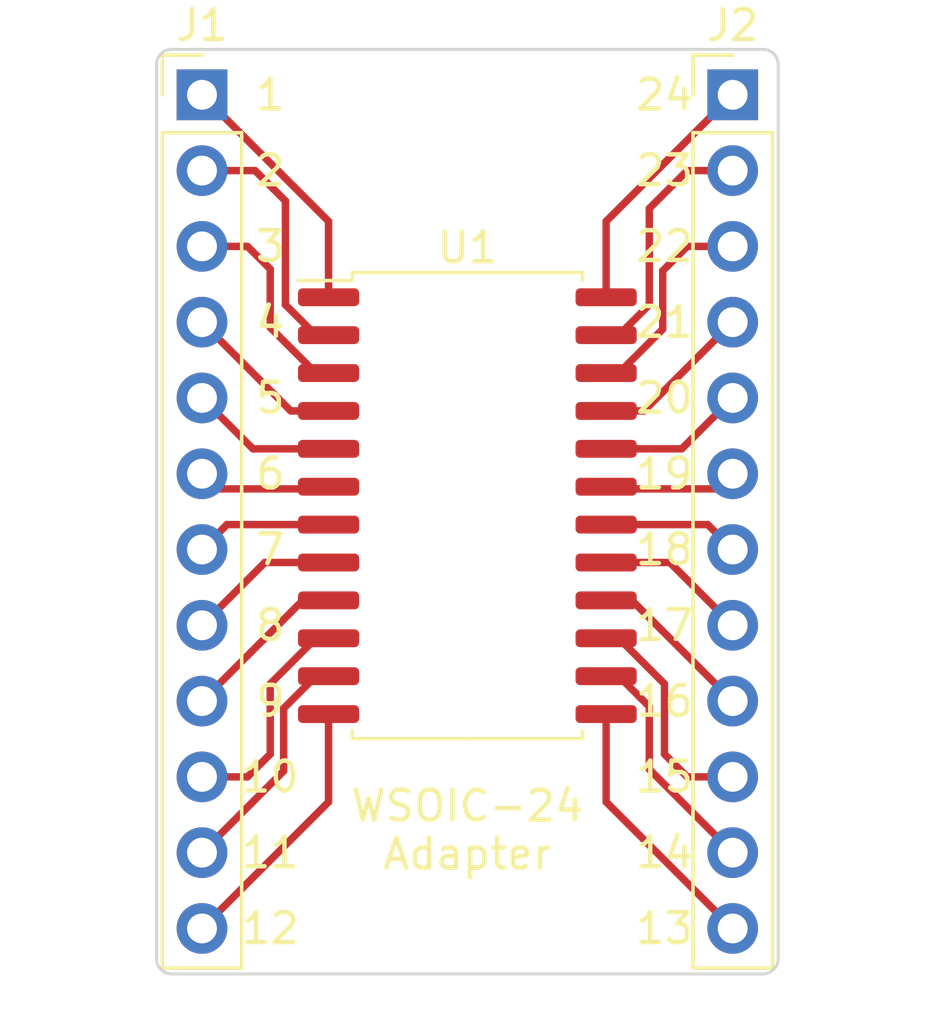
<source format=kicad_pcb>
(kicad_pcb (version 20211014) (generator pcbnew)
  (layers (0 "F.Cu" signal) (31 "B.Cu" signal) (34 "B.Paste" user) (35 "F.Paste" user) (36 "B.SilkS" user "B.Silkscreen") (37 "F.SilkS" user "F.Silkscreen") (38 "B.Mask" user) (39 "F.Mask" user) (44 "Edge.Cuts" user))
  (net 0 "")
  (net 1 "Net-(J1-Pad1)")
  (net 2 "Net-(J1-Pad2)")
  (net 3 "Net-(J1-Pad3)")
  (net 4 "Net-(J1-Pad4)")
  (net 5 "Net-(J1-Pad5)")
  (net 6 "Net-(J1-Pad6)")
  (net 7 "Net-(J1-Pad7)")
  (net 8 "Net-(J1-Pad8)")
  (net 9 "Net-(J1-Pad9)")
  (net 10 "Net-(J1-Pad10)")
  (net 11 "Net-(J1-Pad11)")
  (net 12 "Net-(J1-Pad12)")
  (net 13 "Net-(J2-Pad1)")
  (net 14 "Net-(J2-Pad2)")
  (net 15 "Net-(U1-Pad22)")
  (net 16 "Net-(U1-Pad21)")
  (net 17 "Net-(U1-Pad20)")
  (net 18 "Net-(U1-Pad19)")
  (net 19 "Net-(U1-Pad18)")
  (net 20 "Net-(U1-Pad17)")
  (net 21 "Net-(U1-Pad16)")
  (net 22 "Net-(U1-Pad15)")
  (net 23 "Net-(U1-Pad14)")
  (net 24 "Net-(U1-Pad13)")
  (footprint "Connector_PinHeader_2.54mm:PinHeader_1x12_P2.54mm_Vertical" (layer "F.Cu") (at 127 81.28)
    (fp_text reference "J2" (at 0 -2.33) (layer "F.SilkS"))
    (fp_text value "Conn_01x12_Male")
    (fp_line (start -1.33 1.27) (end -1.33 29.27) (layer "F.SilkS") (width 0.12))
    (fp_line (start -1.33 29.27) (end 1.33 29.27) (layer "F.SilkS") (width 0.12))
    (fp_line (start -1.33 0) (end -1.33 -1.33) (layer "F.SilkS") (width 0.12))
    (fp_line (start -1.33 -1.33) (end 0 -1.33) (layer "F.SilkS") (width 0.12))
    (fp_line (start 1.33 1.27) (end 1.33 29.27) (layer "F.SilkS") (width 0.12))
    (fp_line (start -1.33 1.27) (end 1.33 1.27) (layer "F.SilkS") (width 0.12))
    (pad "1" thru_hole rect locked (at 0 0) (size 1.7 1.7) (drill 1) (layers *.Cu *.Mask) (net 13 "Net-(J2-Pad1)"))
    (pad "2" thru_hole oval locked (at 0 2.54) (size 1.7 1.7) (drill 1) (layers *.Cu *.Mask) (net 14 "Net-(J2-Pad2)"))
    (pad "3" thru_hole oval locked (at 0 5.08) (size 1.7 1.7) (drill 1) (layers *.Cu *.Mask) (net 15 "Net-(U1-Pad22)"))
    (pad "4" thru_hole oval locked (at 0 7.62) (size 1.7 1.7) (drill 1) (layers *.Cu *.Mask) (net 16 "Net-(U1-Pad21)"))
    (pad "5" thru_hole oval locked (at 0 10.16) (size 1.7 1.7) (drill 1) (layers *.Cu *.Mask) (net 17 "Net-(U1-Pad20)"))
    (pad "6" thru_hole oval locked (at 0 12.7) (size 1.7 1.7) (drill 1) (layers *.Cu *.Mask) (net 18 "Net-(U1-Pad19)"))
    (pad "7" thru_hole oval locked (at 0 15.24) (size 1.7 1.7) (drill 1) (layers *.Cu *.Mask) (net 19 "Net-(U1-Pad18)"))
    (pad "8" thru_hole oval locked (at 0 17.78) (size 1.7 1.7) (drill 1) (layers *.Cu *.Mask) (net 20 "Net-(U1-Pad17)"))
    (pad "9" thru_hole oval locked (at 0 20.32) (size 1.7 1.7) (drill 1) (layers *.Cu *.Mask) (net 21 "Net-(U1-Pad16)"))
    (pad "10" thru_hole oval locked (at 0 22.86) (size 1.7 1.7) (drill 1) (layers *.Cu *.Mask) (net 22 "Net-(U1-Pad15)"))
    (pad "11" thru_hole oval locked (at 0 25.4) (size 1.7 1.7) (drill 1) (layers *.Cu *.Mask) (net 23 "Net-(U1-Pad14)"))
    (pad "12" thru_hole oval locked (at 0 27.94) (size 1.7 1.7) (drill 1) (layers *.Cu *.Mask) (net 24 "Net-(U1-Pad13)"))
  )
  (footprint "Connector_PinHeader_2.54mm:PinHeader_1x12_P2.54mm_Vertical" (layer "F.Cu") (at 109.22 81.28)
    (fp_text reference "J1" (at 0 -2.33) (layer "F.SilkS"))
    (fp_text value "Conn_01x12_Male")
    (fp_line (start -1.33 -1.33) (end 0 -1.33) (layer "F.SilkS") (width 0.12))
    (fp_line (start -1.33 1.27) (end -1.33 29.27) (layer "F.SilkS") (width 0.12))
    (fp_line (start 1.33 1.27) (end 1.33 29.27) (layer "F.SilkS") (width 0.12))
    (fp_line (start -1.33 0) (end -1.33 -1.33) (layer "F.SilkS") (width 0.12))
    (fp_line (start -1.33 1.27) (end 1.33 1.27) (layer "F.SilkS") (width 0.12))
    (fp_line (start -1.33 29.27) (end 1.33 29.27) (layer "F.SilkS") (width 0.12))
    (pad "1" thru_hole rect locked (at 0 0) (size 1.7 1.7) (drill 1) (layers *.Cu *.Mask) (net 1 "Net-(J1-Pad1)"))
    (pad "2" thru_hole oval locked (at 0 2.54) (size 1.7 1.7) (drill 1) (layers *.Cu *.Mask) (net 2 "Net-(J1-Pad2)"))
    (pad "3" thru_hole oval locked (at 0 5.08) (size 1.7 1.7) (drill 1) (layers *.Cu *.Mask) (net 3 "Net-(J1-Pad3)"))
    (pad "4" thru_hole oval locked (at 0 7.62) (size 1.7 1.7) (drill 1) (layers *.Cu *.Mask) (net 4 "Net-(J1-Pad4)"))
    (pad "5" thru_hole oval locked (at 0 10.16) (size 1.7 1.7) (drill 1) (layers *.Cu *.Mask) (net 5 "Net-(J1-Pad5)"))
    (pad "6" thru_hole oval locked (at 0 12.7) (size 1.7 1.7) (drill 1) (layers *.Cu *.Mask) (net 6 "Net-(J1-Pad6)"))
    (pad "7" thru_hole oval locked (at 0 15.24) (size 1.7 1.7) (drill 1) (layers *.Cu *.Mask) (net 7 "Net-(J1-Pad7)"))
    (pad "8" thru_hole oval locked (at 0 17.78) (size 1.7 1.7) (drill 1) (layers *.Cu *.Mask) (net 8 "Net-(J1-Pad8)"))
    (pad "9" thru_hole oval locked (at 0 20.32) (size 1.7 1.7) (drill 1) (layers *.Cu *.Mask) (net 9 "Net-(J1-Pad9)"))
    (pad "10" thru_hole oval locked (at 0 22.86) (size 1.7 1.7) (drill 1) (layers *.Cu *.Mask) (net 10 "Net-(J1-Pad10)"))
    (pad "11" thru_hole oval locked (at 0 25.4) (size 1.7 1.7) (drill 1) (layers *.Cu *.Mask) (net 11 "Net-(J1-Pad11)"))
    (pad "12" thru_hole oval locked (at 0 27.94) (size 1.7 1.7) (drill 1) (layers *.Cu *.Mask) (net 12 "Net-(J1-Pad12)"))
  )
  (footprint "Package_SO:SOIC-24W_7.5x15.4mm_P1.27mm" (layer "F.Cu") (at 118.11 95.05)
    (fp_text reference "U1" (at 0 -8.65) (layer "F.SilkS"))
    (fp_text value "24-Pin_Chip")
    (fp_line (start 3.86 -7.81) (end 3.86 -7.545) (layer "F.SilkS") (width 0.12))
    (fp_line (start 0 -7.81) (end 3.86 -7.81) (layer "F.SilkS") (width 0.12))
    (fp_line (start -3.86 -7.81) (end -3.86 -7.545) (layer "F.SilkS") (width 0.12))
    (fp_line (start 0 7.81) (end 3.86 7.81) (layer "F.SilkS") (width 0.12))
    (fp_line (start 3.86 7.81) (end 3.86 7.545) (layer "F.SilkS") (width 0.12))
    (fp_line (start 0 -7.81) (end -3.86 -7.81) (layer "F.SilkS") (width 0.12))
    (fp_line (start -3.86 7.81) (end -3.86 7.545) (layer "F.SilkS") (width 0.12))
    (fp_line (start -3.86 -7.545) (end -5.675 -7.545) (layer "F.SilkS") (width 0.12))
    (fp_line (start 0 7.81) (end -3.86 7.81) (layer "F.SilkS") (width 0.12))
    (pad "1" smd roundrect locked (at -4.65 -6.985) (size 2.05 0.6) (layers "F.Cu" "F.Paste" "F.Mask") (net 1 "Net-(J1-Pad1)"))
    (pad "2" smd roundrect locked (at -4.65 -5.715) (size 2.05 0.6) (layers "F.Cu" "F.Paste" "F.Mask") (net 2 "Net-(J1-Pad2)"))
    (pad "3" smd roundrect locked (at -4.65 -4.445) (size 2.05 0.6) (layers "F.Cu" "F.Paste" "F.Mask") (net 3 "Net-(J1-Pad3)"))
    (pad "4" smd roundrect locked (at -4.65 -3.175) (size 2.05 0.6) (layers "F.Cu" "F.Paste" "F.Mask") (net 4 "Net-(J1-Pad4)"))
    (pad "5" smd roundrect locked (at -4.65 -1.905) (size 2.05 0.6) (layers "F.Cu" "F.Paste" "F.Mask") (net 5 "Net-(J1-Pad5)"))
    (pad "6" smd roundrect locked (at -4.65 -0.635) (size 2.05 0.6) (layers "F.Cu" "F.Paste" "F.Mask") (net 6 "Net-(J1-Pad6)"))
    (pad "7" smd roundrect locked (at -4.65 0.635) (size 2.05 0.6) (layers "F.Cu" "F.Paste" "F.Mask") (net 7 "Net-(J1-Pad7)"))
    (pad "8" smd roundrect locked (at -4.65 1.905) (size 2.05 0.6) (layers "F.Cu" "F.Paste" "F.Mask") (net 8 "Net-(J1-Pad8)"))
    (pad "9" smd roundrect locked (at -4.65 3.175) (size 2.05 0.6) (layers "F.Cu" "F.Paste" "F.Mask") (net 9 "Net-(J1-Pad9)"))
    (pad "10" smd roundrect locked (at -4.65 4.445) (size 2.05 0.6) (layers "F.Cu" "F.Paste" "F.Mask") (net 10 "Net-(J1-Pad10)"))
    (pad "11" smd roundrect locked (at -4.65 5.715) (size 2.05 0.6) (layers "F.Cu" "F.Paste" "F.Mask") (net 11 "Net-(J1-Pad11)"))
    (pad "12" smd roundrect locked (at -4.65 6.985) (size 2.05 0.6) (layers "F.Cu" "F.Paste" "F.Mask") (net 12 "Net-(J1-Pad12)"))
    (pad "13" smd roundrect locked (at 4.65 6.985) (size 2.05 0.6) (layers "F.Cu" "F.Paste" "F.Mask") (net 24 "Net-(U1-Pad13)"))
    (pad "14" smd roundrect locked (at 4.65 5.715) (size 2.05 0.6) (layers "F.Cu" "F.Paste" "F.Mask") (net 23 "Net-(U1-Pad14)"))
    (pad "15" smd roundrect locked (at 4.65 4.445) (size 2.05 0.6) (layers "F.Cu" "F.Paste" "F.Mask") (net 22 "Net-(U1-Pad15)"))
    (pad "16" smd roundrect locked (at 4.65 3.175) (size 2.05 0.6) (layers "F.Cu" "F.Paste" "F.Mask") (net 21 "Net-(U1-Pad16)"))
    (pad "17" smd roundrect locked (at 4.65 1.905) (size 2.05 0.6) (layers "F.Cu" "F.Paste" "F.Mask") (net 20 "Net-(U1-Pad17)"))
    (pad "18" smd roundrect locked (at 4.65 0.635) (size 2.05 0.6) (layers "F.Cu" "F.Paste" "F.Mask") (net 19 "Net-(U1-Pad18)"))
    (pad "19" smd roundrect locked (at 4.65 -0.635) (size 2.05 0.6) (layers "F.Cu" "F.Paste" "F.Mask") (net 18 "Net-(U1-Pad19)"))
    (pad "20" smd roundrect locked (at 4.65 -1.905) (size 2.05 0.6) (layers "F.Cu" "F.Paste" "F.Mask") (net 17 "Net-(U1-Pad20)"))
    (pad "21" smd roundrect locked (at 4.65 -3.175) (size 2.05 0.6) (layers "F.Cu" "F.Paste" "F.Mask") (net 16 "Net-(U1-Pad21)"))
    (pad "22" smd roundrect locked (at 4.65 -4.445) (size 2.05 0.6) (layers "F.Cu" "F.Paste" "F.Mask") (net 15 "Net-(U1-Pad22)"))
    (pad "23" smd roundrect locked (at 4.65 -5.715) (size 2.05 0.6) (layers "F.Cu" "F.Paste" "F.Mask") (net 14 "Net-(J2-Pad2)"))
    (pad "24" smd roundrect locked (at 4.65 -6.985) (size 2.05 0.6) (layers "F.Cu" "F.Paste" "F.Mask") (net 13 "Net-(J2-Pad1)"))
  )
  (gr_arc (start 107.696 80.264) (mid 107.84479 79.90479) (end 108.204 79.756) (layer "Edge.Cuts") (width 0.1))
  (gr_arc (start 128.016 79.756) (mid 128.37521 79.90479) (end 128.524 80.264) (layer "Edge.Cuts") (width 0.1))
  (gr_line (start 128.524 110.236) (end 128.524 80.264) (layer "Edge.Cuts") (width 0.1))
  (gr_arc (start 108.204 110.744) (mid 107.84479 110.59521) (end 107.696 110.236) (layer "Edge.Cuts") (width 0.1))
  (gr_arc (start 128.524 110.236) (mid 128.37521 110.59521) (end 128.016 110.744) (layer "Edge.Cuts") (width 0.1))
  (gr_line (start 108.204 110.744) (end 128.016 110.744) (layer "Edge.Cuts") (width 0.1))
  (gr_line (start 107.696 80.264) (end 107.696 110.236) (layer "Edge.Cuts") (width 0.1))
  (gr_line (start 128.016 79.756) (end 108.204 79.756) (layer "Edge.Cuts") (width 0.1))
  (gr_text "24" (at 124.714 81.28) (layer "F.SilkS") (effects (font (size 1 1))))
  (gr_text "WSOIC-24\nAdapter" (at 118.11 105.918) (layer "F.SilkS") (effects (font (size 1 1))))
  (gr_text "12" (at 111.506 109.22) (layer "F.SilkS") (effects (font (size 1 1))))
  (gr_text "19" (at 124.714 93.98) (layer "F.SilkS") (effects (font (size 1 1))))
  (gr_text "10" (at 111.506 104.14) (layer "F.SilkS") (effects (font (size 1 1))))
  (gr_text "13" (at 124.714 109.22) (layer "F.SilkS") (effects (font (size 1 1))))
  (gr_text "8" (at 111.506 99.06) (layer "F.SilkS") (effects (font (size 1 1))))
  (gr_text "11" (at 111.506 106.68) (layer "F.SilkS") (effects (font (size 1 1))))
  (gr_text "23" (at 124.714 83.82) (layer "F.SilkS") (effects (font (size 1 1))))
  (gr_text "22" (at 124.714 86.36) (layer "F.SilkS") (effects (font (size 1 1))))
  (gr_text "4" (at 111.506 88.9) (layer "F.SilkS") (effects (font (size 1 1))))
  (gr_text "3" (at 111.506 86.36) (layer "F.SilkS") (effects (font (size 1 1))))
  (gr_text "5" (at 111.506 91.44) (layer "F.SilkS") (effects (font (size 1 1))))
  (gr_text "18" (at 124.714 96.52) (layer "F.SilkS") (effects (font (size 1 1))))
  (gr_text "6" (at 111.506 93.98) (layer "F.SilkS") (effects (font (size 1 1))))
  (gr_text "21" (at 124.714 88.9) (layer "F.SilkS") (effects (font (size 1 1))))
  (gr_text "16" (at 124.714 101.6) (layer "F.SilkS") (effects (font (size 1 1))))
  (gr_text "7" (at 111.506 96.52) (layer "F.SilkS") (effects (font (size 1 1))))
  (gr_text "2" (at 111.506 83.82) (layer "F.SilkS") (effects (font (size 1 1))))
  (gr_text "9" (at 111.506 101.6) (layer "F.SilkS") (effects (font (size 1 1))))
  (gr_text "1" (at 111.506 81.28) (layer "F.SilkS") (effects (font (size 1 1))))
  (gr_text "15" (at 124.714 104.14) (layer "F.SilkS") (effects (font (size 1 1))))
  (gr_text "14" (at 124.714 106.68) (layer "F.SilkS") (effects (font (size 1 1))))
  (gr_text "17" (at 124.714 99.06) (layer "F.SilkS") (effects (font (size 1 1))))
  (gr_text "20" (at 124.714 91.44) (layer "F.SilkS") (effects (font (size 1 1))))
  (segment (start 113.46 88.065) (end 113.46 85.52) (width 0.25) (layer "F.Cu") (net 1))
  (segment (start 113.46 85.52) (end 109.22 81.28) (width 0.25) (layer "F.Cu") (net 1))
  (segment (start 113.46 89.335) (end 113.033928 89.335) (width 0.25) (layer "F.Cu") (net 2))
  (segment (start 112.014 84.836) (end 110.998 83.82) (width 0.25) (layer "F.Cu") (net 2))
  (segment (start 113.033928 89.335) (end 112.014 88.315072) (width 0.25) (layer "F.Cu") (net 2))
  (segment (start 112.014 88.315072) (end 112.014 84.836) (width 0.25) (layer "F.Cu") (net 2))
  (segment (start 110.998 83.82) (end 109.22 83.82) (width 0.25) (layer "F.Cu") (net 2))
  (segment (start 110.744 86.36) (end 109.22 86.36) (width 0.25) (layer "F.Cu") (net 3))
  (segment (start 111.506 87.122) (end 110.744 86.36) (width 0.25) (layer "F.Cu") (net 3))
  (segment (start 113.46 90.605) (end 113.033928 90.605) (width 0.25) (layer "F.Cu") (net 3))
  (segment (start 113.033928 90.605) (end 111.506 89.077072) (width 0.25) (layer "F.Cu") (net 3))
  (segment (start 111.506 89.077072) (end 111.506 87.122) (width 0.25) (layer "F.Cu") (net 3))
  (segment (start 113.46 91.875) (end 112.195 91.875) (width 0.25) (layer "F.Cu") (net 4))
  (segment (start 112.195 91.875) (end 109.22 88.9) (width 0.25) (layer "F.Cu") (net 4))
  (segment (start 113.46 93.145) (end 110.925 93.145) (width 0.25) (layer "F.Cu") (net 5))
  (segment (start 110.925 93.145) (end 109.22 91.44) (width 0.25) (layer "F.Cu") (net 5))
  (segment (start 109.728 94.488) (end 109.22 93.98) (width 0.25) (layer "F.Cu") (net 6))
  (segment (start 113.46 94.415) (end 113.387 94.488) (width 0.25) (layer "F.Cu") (net 6))
  (segment (start 113.387 94.488) (end 109.728 94.488) (width 0.25) (layer "F.Cu") (net 6))
  (segment (start 113.46 95.685) (end 110.055 95.685) (width 0.25) (layer "F.Cu") (net 7))
  (segment (start 110.055 95.685) (end 109.22 96.52) (width 0.25) (layer "F.Cu") (net 7))
  (segment (start 113.46 96.955) (end 111.325 96.955) (width 0.25) (layer "F.Cu") (net 8))
  (segment (start 111.325 96.955) (end 109.22 99.06) (width 0.25) (layer "F.Cu") (net 8))
  (segment (start 112.595 98.225) (end 109.22 101.6) (width 0.25) (layer "F.Cu") (net 9))
  (segment (start 113.46 98.225) (end 112.595 98.225) (width 0.25) (layer "F.Cu") (net 9))
  (segment (start 111.506 103.378) (end 110.744 104.14) (width 0.25) (layer "F.Cu") (net 10))
  (segment (start 113.46 99.495) (end 113.033928 99.495) (width 0.25) (layer "F.Cu") (net 10))
  (segment (start 110.744 104.14) (end 109.22 104.14) (width 0.25) (layer "F.Cu") (net 10))
  (segment (start 111.506 101.022928) (end 111.506 103.378) (width 0.25) (layer "F.Cu") (net 10))
  (segment (start 113.033928 99.495) (end 111.506 101.022928) (width 0.25) (layer "F.Cu") (net 10))
  (segment (start 113.46 100.765) (end 113.033928 100.765) (width 0.25) (layer "F.Cu") (net 11))
  (segment (start 111.95552 101.843408) (end 111.95552 103.94448) (width 0.25) (layer "F.Cu") (net 11))
  (segment (start 111.95552 103.94448) (end 109.22 106.68) (width 0.25) (layer "F.Cu") (net 11))
  (segment (start 113.033928 100.765) (end 111.95552 101.843408) (width 0.25) (layer "F.Cu") (net 11))
  (segment (start 113.46 104.98) (end 109.22 109.22) (width 0.25) (layer "F.Cu") (net 12))
  (segment (start 113.46 102.035) (end 113.46 104.98) (width 0.25) (layer "F.Cu") (net 12))
  (segment (start 122.76 88.065) (end 122.76 85.52) (width 0.25) (layer "F.Cu") (net 13))
  (segment (start 122.76 85.52) (end 127 81.28) (width 0.25) (layer "F.Cu") (net 13))
  (segment (start 124.206 85.09) (end 125.476 83.82) (width 0.25) (layer "F.Cu") (net 14))
  (segment (start 124.206 88.315072) (end 124.206 85.09) (width 0.25) (layer "F.Cu") (net 14))
  (segment (start 123.186072 89.335) (end 124.206 88.315072) (width 0.25) (layer "F.Cu") (net 14))
  (segment (start 122.76 89.335) (end 123.186072 89.335) (width 0.25) (layer "F.Cu") (net 14))
  (segment (start 125.476 83.82) (end 127 83.82) (width 0.25) (layer "F.Cu") (net 14))
  (segment (start 124.65552 89.135552) (end 124.65552 87.18048) (width 0.25) (layer "F.Cu") (net 15))
  (segment (start 123.186072 90.605) (end 124.65552 89.135552) (width 0.25) (layer "F.Cu") (net 15))
  (segment (start 122.76 90.605) (end 123.186072 90.605) (width 0.25) (layer "F.Cu") (net 15))
  (segment (start 124.65552 87.18048) (end 125.476 86.36) (width 0.25) (layer "F.Cu") (net 15))
  (segment (start 125.476 86.36) (end 127 86.36) (width 0.25) (layer "F.Cu") (net 15))
  (segment (start 122.76 91.875) (end 124.025 91.875) (width 0.25) (layer "F.Cu") (net 16))
  (segment (start 124.025 91.875) (end 127 88.9) (width 0.25) (layer "F.Cu") (net 16))
  (segment (start 122.76 93.145) (end 125.295 93.145) (width 0.25) (layer "F.Cu") (net 17))
  (segment (start 125.295 93.145) (end 127 91.44) (width 0.25) (layer "F.Cu") (net 17))
  (segment (start 126.492 94.488) (end 127 93.98) (width 0.25) (layer "F.Cu") (net 18))
  (segment (start 122.76 94.415) (end 122.833 94.488) (width 0.25) (layer "F.Cu") (net 18))
  (segment (start 122.833 94.488) (end 126.492 94.488) (width 0.25) (layer "F.Cu") (net 18))
  (segment (start 126.165 95.685) (end 127 96.52) (width 0.25) (layer "F.Cu") (net 19))
  (segment (start 122.76 95.685) (end 126.165 95.685) (width 0.25) (layer "F.Cu") (net 19))
  (segment (start 122.76 96.955) (end 124.895 96.955) (width 0.25) (layer "F.Cu") (net 20))
  (segment (start 124.895 96.955) (end 127 99.06) (width 0.25) (layer "F.Cu") (net 20))
  (segment (start 123.625 98.225) (end 127 101.6) (width 0.25) (layer "F.Cu") (net 21))
  (segment (start 122.76 98.225) (end 123.625 98.225) (width 0.25) (layer "F.Cu") (net 21))
  (segment (start 124.714 103.378) (end 125.476 104.14) (width 0.25) (layer "F.Cu") (net 22))
  (segment (start 122.76 99.495) (end 123.186072 99.495) (width 0.25) (layer "F.Cu") (net 22))
  (segment (start 124.714 101.022928) (end 124.714 103.378) (width 0.25) (layer "F.Cu") (net 22))
  (segment (start 123.186072 99.495) (end 124.714 101.022928) (width 0.25) (layer "F.Cu") (net 22))
  (segment (start 125.476 104.14) (end 127 104.14) (width 0.25) (layer "F.Cu") (net 22))
  (segment (start 124.206 101.784928) (end 124.206 103.886) (width 0.25) (layer "F.Cu") (net 23))
  (segment (start 124.206 103.886) (end 127 106.68) (width 0.25) (layer "F.Cu") (net 23))
  (segment (start 123.186072 100.765) (end 124.206 101.784928) (width 0.25) (layer "F.Cu") (net 23))
  (segment (start 122.76 100.765) (end 123.186072 100.765) (width 0.25) (layer "F.Cu") (net 23))
  (segment (start 122.76 102.035) (end 122.76 104.98) (width 0.25) (layer "F.Cu") (net 24))
  (segment (start 122.76 104.98) (end 127 109.22) (width 0.25) (layer "F.Cu") (net 24))
)
</source>
